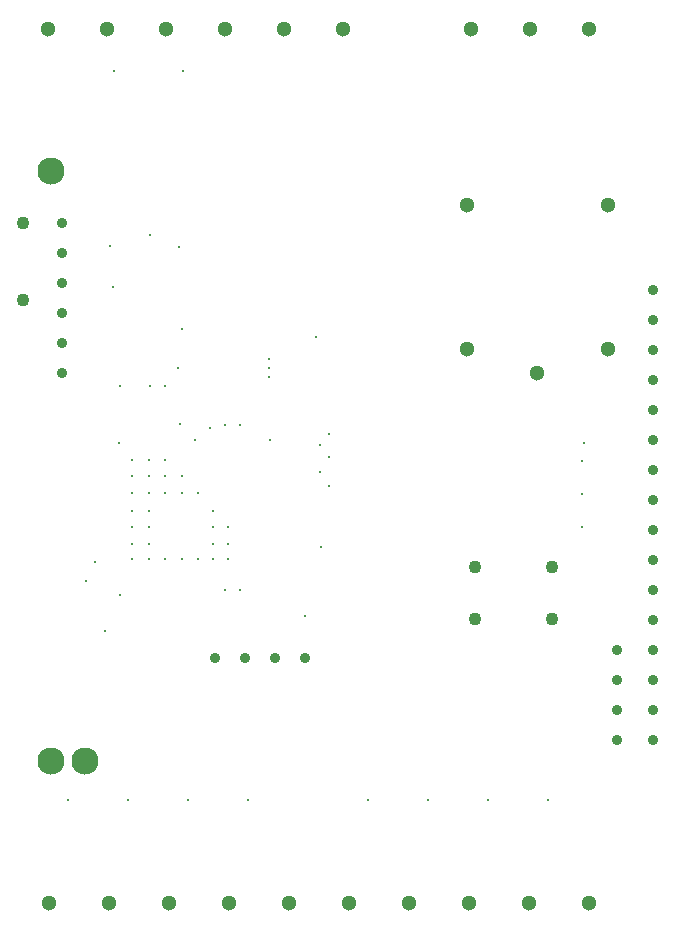
<source format=gbr>
%TF.GenerationSoftware,Altium Limited,Altium Designer,21.4.1 (30)*%
G04 Layer_Color=0*
%FSLAX44Y44*%
%MOMM*%
%TF.SameCoordinates,EB49FF53-C53B-41EF-AC46-A12079E47AB4*%
%TF.FilePolarity,Positive*%
%TF.FileFunction,Plated,1,2,PTH,Drill*%
%TF.Part,Single*%
G01*
G75*
%TA.AperFunction,ComponentDrill*%
%ADD64C,1.3000*%
%ADD65C,1.1000*%
%ADD66C,0.9000*%
%ADD67C,0.9000*%
%ADD68C,1.3000*%
%ADD69C,1.1000*%
%TA.AperFunction,ViaDrill,NotFilled*%
%ADD70C,0.3000*%
%ADD71C,2.3000*%
D64*
X497390Y779780D02*
D03*
X447390D02*
D03*
X397390D02*
D03*
X289370D02*
D03*
X239370D02*
D03*
X189370D02*
D03*
X139370D02*
D03*
X89370D02*
D03*
X39370D02*
D03*
X497390Y40040D02*
D03*
X446590D02*
D03*
X395790D02*
D03*
X344990D02*
D03*
X294190D02*
D03*
X243390D02*
D03*
X192590D02*
D03*
X141790D02*
D03*
X90990D02*
D03*
X40190D02*
D03*
D65*
X400740Y280320D02*
D03*
X465740D02*
D03*
X400740Y324770D02*
D03*
X465740D02*
D03*
D66*
X520700Y254000D02*
D03*
Y228600D02*
D03*
Y203200D02*
D03*
Y177800D02*
D03*
X551180D02*
D03*
Y203200D02*
D03*
Y228600D02*
D03*
Y254000D02*
D03*
Y279400D02*
D03*
Y304800D02*
D03*
Y330200D02*
D03*
Y355600D02*
D03*
Y381000D02*
D03*
Y406400D02*
D03*
Y431800D02*
D03*
Y457200D02*
D03*
Y482600D02*
D03*
Y508000D02*
D03*
Y533400D02*
D03*
Y558800D02*
D03*
X50800Y615950D02*
D03*
Y590550D02*
D03*
Y565150D02*
D03*
Y539750D02*
D03*
Y514350D02*
D03*
Y488950D02*
D03*
D67*
X256540Y247650D02*
D03*
X231140D02*
D03*
X205740D02*
D03*
X180340D02*
D03*
D68*
X453700Y489190D02*
D03*
X393700Y509190D02*
D03*
Y631190D02*
D03*
X513700D02*
D03*
Y509190D02*
D03*
D69*
X17780Y615950D02*
D03*
Y550950D02*
D03*
D70*
X270510Y341630D02*
D03*
X256540Y283210D02*
D03*
X226060Y485140D02*
D03*
Y492760D02*
D03*
Y500380D02*
D03*
X153670Y744220D02*
D03*
X95250D02*
D03*
X276854Y392854D02*
D03*
X276860Y417830D02*
D03*
Y437190D02*
D03*
X269240Y427650D02*
D03*
X201930Y444500D02*
D03*
X189230D02*
D03*
X176530Y441960D02*
D03*
X163830Y431800D02*
D03*
X227330D02*
D03*
X492760Y429260D02*
D03*
X99060D02*
D03*
X151130Y445770D02*
D03*
X491600Y414020D02*
D03*
X491490Y386080D02*
D03*
X491600Y358140D02*
D03*
X269240Y405130D02*
D03*
X149680Y492762D02*
D03*
X125730Y605790D02*
D03*
X91440Y596099D02*
D03*
X149970Y595860D02*
D03*
X266565Y519295D02*
D03*
X100330Y477520D02*
D03*
X78740Y328930D02*
D03*
X71120Y312420D02*
D03*
X87630Y270510D02*
D03*
X106680Y127000D02*
D03*
X462280D02*
D03*
X189230Y304800D02*
D03*
X201930D02*
D03*
X93980Y561340D02*
D03*
X152510Y526010D02*
D03*
X138430Y477520D02*
D03*
X125730D02*
D03*
X138430Y401320D02*
D03*
X110490D02*
D03*
X124460D02*
D03*
X152400D02*
D03*
X110490Y415290D02*
D03*
X124460D02*
D03*
X138430D02*
D03*
X179070Y331470D02*
D03*
X110490Y344170D02*
D03*
X179070D02*
D03*
X124460D02*
D03*
Y331470D02*
D03*
X191770D02*
D03*
X152400D02*
D03*
X110490D02*
D03*
X166370D02*
D03*
X138430D02*
D03*
X191770Y344170D02*
D03*
X179070Y372110D02*
D03*
Y358140D02*
D03*
X191770D02*
D03*
X110490D02*
D03*
X138430Y387350D02*
D03*
X124460Y372110D02*
D03*
Y358140D02*
D03*
X110490Y372110D02*
D03*
Y387350D02*
D03*
X124460D02*
D03*
X152400D02*
D03*
X166370D02*
D03*
X55880Y127000D02*
D03*
X157480D02*
D03*
X208280D02*
D03*
X309880D02*
D03*
X360680D02*
D03*
X411480D02*
D03*
X100330Y300990D02*
D03*
D71*
X42000Y160000D02*
D03*
X71000D02*
D03*
X42000Y660000D02*
D03*
%TF.MD5,487d1ea3860c835f32566e920689ec63*%
M02*

</source>
